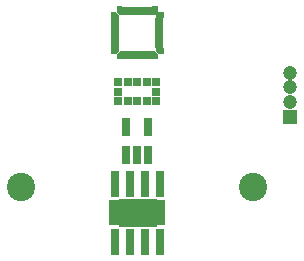
<source format=gbs>
G04*
G04 #@! TF.GenerationSoftware,Altium Limited,Altium Designer,21.4.1 (30)*
G04*
G04 Layer_Color=16711935*
%FSLAX44Y44*%
%MOMM*%
G71*
G04*
G04 #@! TF.SameCoordinates,0EC16A28-EB20-4FD1-AB31-7886020AAA26*
G04*
G04*
G04 #@! TF.FilePolarity,Negative*
G04*
G01*
G75*
%ADD46C,2.4000*%
%ADD60R,0.7000X0.7000*%
%ADD61R,0.7500X0.5000*%
%ADD62R,0.5000X0.7500*%
%ADD63R,0.7588X1.5208*%
%ADD64R,1.2000X1.2000*%
%ADD65C,1.2000*%
%ADD66R,3.2000X2.3300*%
%ADD67R,0.8000X2.1700*%
G36*
X170040Y222470D02*
X167540Y219970D01*
X165040D01*
Y226970D01*
X170040D01*
Y222470D01*
D02*
G37*
G36*
X140040Y219970D02*
X137540D01*
X135040Y222470D01*
Y226970D01*
X140040D01*
Y219970D01*
D02*
G37*
G36*
X175040Y216970D02*
X168040D01*
Y219470D01*
X170540Y221970D01*
X175040D01*
Y216970D01*
D02*
G37*
G36*
X137040Y219470D02*
Y216970D01*
X130040D01*
Y221970D01*
X134540D01*
X137040Y219470D01*
D02*
G37*
G36*
X175040Y186970D02*
X170540D01*
X168040Y189470D01*
Y191970D01*
X175040D01*
Y186970D01*
D02*
G37*
G36*
X137040Y189470D02*
X134540Y186970D01*
X130040D01*
Y191970D01*
X137040D01*
Y189470D01*
D02*
G37*
G36*
X170040Y186470D02*
Y181970D01*
X165040D01*
Y188970D01*
X167540D01*
X170040Y186470D01*
D02*
G37*
G36*
X140040Y181970D02*
X135040D01*
Y186470D01*
X137540Y188970D01*
X140040D01*
Y181970D01*
D02*
G37*
G36*
X176122Y41690D02*
X128673D01*
Y62690D01*
X176122D01*
Y41690D01*
D02*
G37*
D46*
X250800Y74000D02*
D03*
X54500D02*
D03*
D60*
X168540Y154628D02*
D03*
Y146628D02*
D03*
X160540D02*
D03*
X152540D02*
D03*
X144540D02*
D03*
X136540D02*
D03*
Y154628D02*
D03*
Y162628D02*
D03*
X144540D02*
D03*
X152540D02*
D03*
X160540D02*
D03*
X168540D02*
D03*
D61*
X133790Y194470D02*
D03*
Y199470D02*
D03*
Y204470D02*
D03*
Y209470D02*
D03*
Y214470D02*
D03*
X171290D02*
D03*
Y209470D02*
D03*
Y204470D02*
D03*
Y199470D02*
D03*
Y194470D02*
D03*
D62*
X142540Y223220D02*
D03*
X147540D02*
D03*
X152540D02*
D03*
X157540D02*
D03*
X162540D02*
D03*
Y185720D02*
D03*
X157540D02*
D03*
X152540D02*
D03*
X147540D02*
D03*
X142540D02*
D03*
D63*
X161938Y124714D02*
D03*
X143142D02*
D03*
Y101346D02*
D03*
X152540D02*
D03*
X161938D02*
D03*
D64*
X281940Y133350D02*
D03*
D65*
Y145850D02*
D03*
Y158350D02*
D03*
Y170850D02*
D03*
D66*
X153122Y52190D02*
D03*
D67*
X134072Y27440D02*
D03*
X146772D02*
D03*
X159472D02*
D03*
X172172D02*
D03*
Y76940D02*
D03*
X159472D02*
D03*
X146772D02*
D03*
X134072D02*
D03*
M02*

</source>
